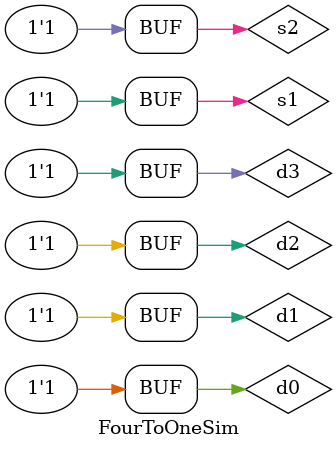
<source format=sv>
`timescale 1ns / 1ps

module FourToOneSim();

	logic d0,d1,d2,d3,s1,s2;
	logic y;

	FourToOneMuxStruc dut (d0,d1,d2,d3,s1,s2,y);

	initial begin

		d0 = 0; d1 = 0; d2 = 0; d3 = 0; s1 = 0; s2 = 0; #10;
		s2 = 1; #10;
		s1 = 1; s2 = 0; #10;
		s2 = 1; #10;
		d3 = 1; s1 = 0; s2 = 0; #10;
		s2 = 1; #10;
		s1 = 1; s2 = 0; #10;
		s2 = 1; #10;
		d2 = 1; d3 = 0; s1 = 0; s2 = 0; #10;
		s2 = 1; #10;
		s1 = 1; s2 = 0; #10;
		s2 = 1; #10;
		d3 = 1; s1 = 0; s2 = 0; #10;
		s2 = 1; #10;
		s1 = 1; s2 = 0; #10;
		s2 = 1; #10;
		d1 = 1; d2 = 0; d3 = 0; s1 = 0; s2 = 0; #10;
		s2 = 1; #10;
		s1 = 1; s2 = 0; #10;
		s2 = 1; #10;
		d3 = 1; s1 = 0; s2 = 0; #10;
		s2 = 1; #10;
		s1 = 1; s2 = 0; #10;
		s2 = 1; #10;
		d2 = 1; d3 = 0; s1 = 0; s2 = 0; #10;
		s2 = 1; #10;
		s1 = 1; s2 = 0; #10;
		s2 = 1; #10;
		d3 = 1; s1 = 0; s2 = 0; #10;
		s2 = 1; #10;
		s1 = 1; s2 = 0; #10;
		s2 = 1; #10;
		d0 = 1; d1 = 0; d2 = 0; d3 = 0; s1 = 0; s2 = 0; #10;
		s2 = 1; #10;
		s1 = 1; s2 = 0; #10;
		s2 = 1; #10;
		d3 = 1; s1 = 0; s2 = 0; #10;
		s2 = 1; #10;
		s1 = 1; s2 = 0; #10;
		s2 = 1; #10;
		d2 = 1; d3 = 0; s1 = 0; s2 = 0; #10;
		s2 = 1; #10;
		s1 = 1; s2 = 0; #10;
		s2 = 1; #10;
		d3 = 1; s1 = 0; s2 = 0; #10;
		s2 = 1; #10;
		s1 = 1; s2 = 0; #10;
		s2 = 1; #10;
		d1 = 1; d2 = 0; d3 = 0; s1 = 0; s2 = 0; #10;
		s2 = 1; #10;
		s1 = 1; s2 = 0; #10;
		s2 = 1; #10;
		d3 = 1; s1 = 0; s2 = 0; #10;
		s2 = 1; #10;
		s1 = 1; s2 = 0; #10;
		s2 = 1; #10;
		d2 = 1; d3 = 0; s1 = 0; s2 = 0; #10;
		s2 = 1; #10;
		s1 = 1; s2 = 0; #10;
		s2 = 1; #10;
		d3 = 1; s1 = 0; s2 = 0; #10;
		s2 = 1; #10;
		s1 = 1; s2 = 0; #10;
		s2 = 1; #10;

	end
endmodule

</source>
